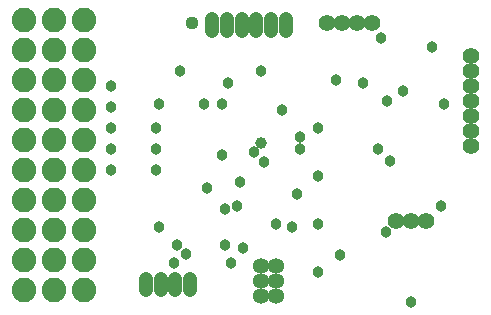
<source format=gbs>
G75*
%MOIN*%
%OFA0B0*%
%FSLAX25Y25*%
%IPPOS*%
%LPD*%
%AMOC8*
5,1,8,0,0,1.08239X$1,22.5*
%
%ADD10C,0.08200*%
%ADD11C,0.05556*%
%ADD12C,0.05359*%
%ADD13C,0.04769*%
%ADD14C,0.03800*%
%ADD15C,0.04400*%
%ADD16C,0.03900*%
D10*
X0065102Y0048102D03*
X0075102Y0048102D03*
X0085102Y0048102D03*
X0085102Y0058102D03*
X0075102Y0058102D03*
X0065102Y0058102D03*
X0065102Y0068102D03*
X0075102Y0068102D03*
X0085102Y0068102D03*
X0085102Y0078102D03*
X0075102Y0078102D03*
X0065102Y0078102D03*
X0065102Y0088102D03*
X0075102Y0088102D03*
X0085102Y0088102D03*
X0085102Y0098102D03*
X0075102Y0098102D03*
X0065102Y0098102D03*
X0065102Y0108102D03*
X0075102Y0108102D03*
X0085102Y0108102D03*
X0085102Y0118102D03*
X0075102Y0118102D03*
X0065102Y0118102D03*
X0065102Y0128102D03*
X0075102Y0128102D03*
X0085102Y0128102D03*
X0085102Y0138102D03*
X0075102Y0138102D03*
X0065102Y0138102D03*
D11*
X0166102Y0137102D03*
X0171102Y0137102D03*
X0176102Y0137102D03*
X0181102Y0137102D03*
X0214102Y0126102D03*
X0214102Y0121102D03*
X0214102Y0116102D03*
X0214102Y0111102D03*
X0214102Y0106102D03*
X0214102Y0101102D03*
X0214102Y0096102D03*
X0199102Y0071102D03*
X0194102Y0071102D03*
X0189102Y0071102D03*
D12*
X0149102Y0056102D03*
X0144102Y0056102D03*
X0144102Y0051102D03*
X0149102Y0051102D03*
X0149102Y0046102D03*
X0144102Y0046102D03*
D13*
X0120484Y0047890D02*
X0120484Y0051858D01*
X0115563Y0051858D02*
X0115563Y0047890D01*
X0110642Y0047890D02*
X0110642Y0051858D01*
X0105720Y0051858D02*
X0105720Y0047890D01*
X0127799Y0134346D02*
X0127799Y0138315D01*
X0132720Y0138315D02*
X0132720Y0134346D01*
X0137642Y0134346D02*
X0137642Y0138315D01*
X0142563Y0138315D02*
X0142563Y0134346D01*
X0147484Y0134346D02*
X0147484Y0138315D01*
X0152406Y0138315D02*
X0152406Y0134346D01*
D14*
X0144102Y0121102D03*
X0133102Y0117102D03*
X0131102Y0110102D03*
X0125102Y0110102D03*
X0110102Y0110102D03*
X0109102Y0102102D03*
X0109102Y0095102D03*
X0109102Y0088102D03*
X0094102Y0088102D03*
X0094102Y0095102D03*
X0094102Y0102102D03*
X0094102Y0109102D03*
X0094102Y0116102D03*
X0117102Y0121102D03*
X0151102Y0108102D03*
X0163102Y0102102D03*
X0157102Y0099102D03*
X0157102Y0095102D03*
X0145202Y0090602D03*
X0141702Y0094102D03*
X0131102Y0093102D03*
X0137102Y0084102D03*
X0126102Y0082102D03*
X0132102Y0075102D03*
X0136102Y0076102D03*
X0149102Y0070102D03*
X0154302Y0068902D03*
X0163102Y0070102D03*
X0156102Y0080102D03*
X0163102Y0086102D03*
X0183102Y0095102D03*
X0187102Y0091102D03*
X0204102Y0076102D03*
X0185802Y0067502D03*
X0170402Y0059802D03*
X0163102Y0054102D03*
X0138102Y0062102D03*
X0132102Y0063102D03*
X0134102Y0057102D03*
X0119102Y0060102D03*
X0116102Y0063102D03*
X0110102Y0069102D03*
X0115102Y0057102D03*
X0194102Y0044102D03*
X0205102Y0110102D03*
X0191328Y0114328D03*
X0186102Y0111102D03*
X0178102Y0117102D03*
X0169102Y0118102D03*
X0184102Y0132102D03*
X0201102Y0129102D03*
D15*
X0121102Y0137102D03*
D16*
X0144102Y0097102D03*
M02*

</source>
